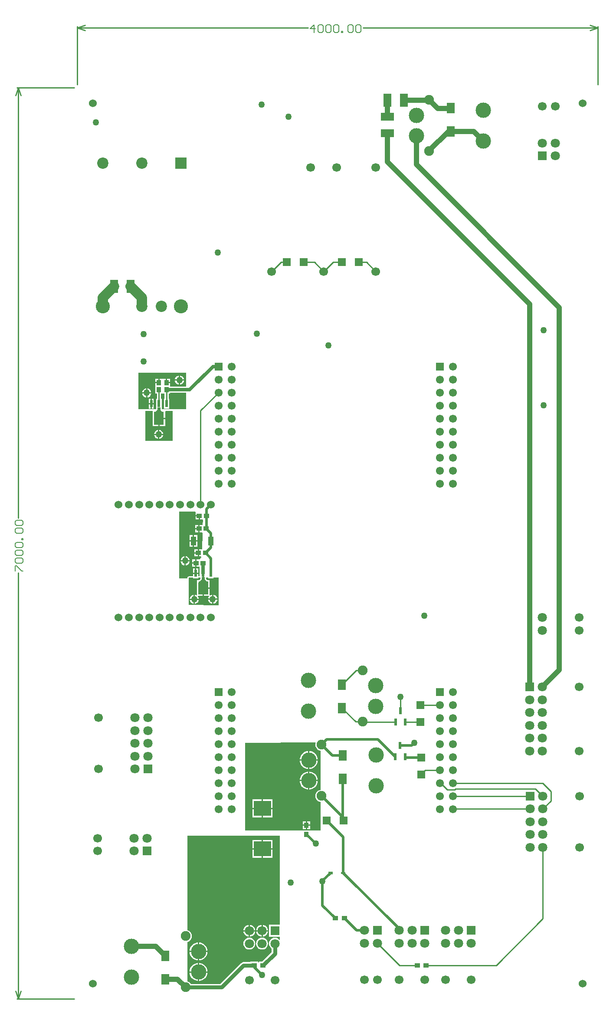
<source format=gbl>
G04*
G04 #@! TF.GenerationSoftware,Altium Limited,Altium Designer,18.1.9 (240)*
G04*
G04 Layer_Physical_Order=4*
G04 Layer_Color=16711680*
%FSLAX25Y25*%
%MOIN*%
G70*
G01*
G75*
%ADD11C,0.00600*%
%ADD13C,0.01000*%
%ADD16R,0.06299X0.05906*%
%ADD19R,0.03800X0.04000*%
%ADD21R,0.05906X0.06299*%
%ADD45R,0.03937X0.03543*%
%ADD48R,0.13346X0.11811*%
%ADD52C,0.03000*%
%ADD53C,0.04000*%
%ADD54C,0.02000*%
%ADD55R,0.07087X0.07087*%
%ADD56C,0.07087*%
%ADD57C,0.06693*%
%ADD58R,0.07087X0.07087*%
%ADD59C,0.11811*%
%ADD60C,0.07480*%
%ADD61C,0.06000*%
G04:AMPARAMS|DCode=62|XSize=61.02mil|YSize=61.02mil|CornerRadius=1.83mil|HoleSize=0mil|Usage=FLASHONLY|Rotation=270.000|XOffset=0mil|YOffset=0mil|HoleType=Round|Shape=RoundedRectangle|*
%AMROUNDEDRECTD62*
21,1,0.06102,0.05736,0,0,270.0*
21,1,0.05736,0.06102,0,0,270.0*
1,1,0.00366,-0.02868,-0.02868*
1,1,0.00366,-0.02868,0.02868*
1,1,0.00366,0.02868,0.02868*
1,1,0.00366,0.02868,-0.02868*
%
%ADD62ROUNDEDRECTD62*%
%ADD63C,0.06102*%
%ADD64C,0.08661*%
%ADD65R,0.08661X0.08661*%
%ADD66C,0.10827*%
%ADD67C,0.05000*%
%ADD69R,0.03200X0.02200*%
%ADD70R,0.03200X0.01600*%
%ADD71R,0.06417X0.08000*%
%ADD72R,0.04000X0.03800*%
%ADD73R,0.04000X0.07100*%
%ADD74R,0.05906X0.09843*%
%ADD75R,0.09843X0.05906*%
%ADD76R,0.07480X0.09843*%
%ADD77R,0.01900X0.05600*%
%ADD78R,0.02200X0.05600*%
%ADD79R,0.02362X0.05512*%
%ADD80R,0.03543X0.03937*%
%ADD81C,0.02500*%
%ADD82C,0.08000*%
G36*
X83487Y470292D02*
X71339D01*
Y473010D01*
X68567D01*
Y473510D01*
X68067D01*
Y476478D01*
X65891D01*
X65796Y476478D01*
Y476478D01*
X65409Y476434D01*
Y476434D01*
X63138D01*
Y473466D01*
X62638D01*
Y472966D01*
X59866D01*
Y470497D01*
Y464985D01*
X61168D01*
Y461082D01*
X60597D01*
Y454580D01*
X60578Y454482D01*
Y452940D01*
X47177Y452940D01*
X46824Y453294D01*
X46924Y481134D01*
X83487Y481134D01*
X83487Y470292D01*
D02*
G37*
G36*
X83487Y452941D02*
X65301Y452941D01*
X64817Y453424D01*
Y454482D01*
X64797Y454580D01*
Y461082D01*
X64227D01*
Y464985D01*
X65314D01*
X65409Y464985D01*
Y464985D01*
X65796Y465029D01*
Y465029D01*
X67074D01*
Y461082D01*
X66653D01*
Y453482D01*
X70553D01*
Y461082D01*
X70132D01*
Y465029D01*
X71339D01*
Y465704D01*
X83487D01*
X83487Y452941D01*
D02*
G37*
G36*
X63797Y452546D02*
X66397Y450046D01*
Y446439D01*
X67477D01*
Y451362D01*
X67830Y451715D01*
X73268Y451715D01*
X73268Y428804D01*
X52537Y428804D01*
X52185Y429159D01*
X52364Y451715D01*
X57997Y451715D01*
Y450161D01*
X57979Y450086D01*
X57982Y450066D01*
X57978Y450046D01*
Y441046D01*
X57997Y440951D01*
Y440017D01*
X62237D01*
Y441046D01*
X58997D01*
Y450046D01*
X61597Y452446D01*
Y454482D01*
X63797D01*
Y452546D01*
D02*
G37*
G36*
X90775Y373888D02*
X90775D01*
Y371616D01*
X93743D01*
Y371116D01*
X94243D01*
Y368344D01*
X96141D01*
X96491Y367986D01*
X96393Y364059D01*
X93985D01*
Y361287D01*
Y358515D01*
X95898D01*
X96247Y358157D01*
X95934Y345529D01*
X93454D01*
Y342757D01*
Y339985D01*
X95043D01*
X95306Y339561D01*
X94387Y337699D01*
X91653D01*
Y334927D01*
Y332155D01*
X94082D01*
X94082Y324633D01*
X92772Y324633D01*
X92772Y325104D01*
Y326526D01*
X88872D01*
Y324987D01*
X88518Y324633D01*
X85664Y324633D01*
X85274Y324556D01*
X84943Y324335D01*
X84722Y324004D01*
X84645Y323614D01*
Y323260D01*
X78121D01*
Y374052D01*
X78406Y374337D01*
X90652D01*
X90775Y373888D01*
D02*
G37*
G36*
X97827Y322290D02*
X100427Y319790D01*
Y316183D01*
X101506D01*
Y321604D01*
X100011D01*
X98847Y322724D01*
Y323614D01*
X100682Y323614D01*
Y323226D01*
X104583D01*
Y323614D01*
X108575Y323614D01*
X108575Y302883D01*
X108220Y302531D01*
X85664Y302710D01*
X85664Y323614D01*
X88872Y323614D01*
Y323226D01*
X92772D01*
Y323614D01*
X94607Y323614D01*
Y322636D01*
X93489Y321604D01*
X92026D01*
Y319905D01*
X92008Y319831D01*
X92011Y319810D01*
X92007Y319790D01*
Y310790D01*
X92026Y310695D01*
Y310323D01*
X91526Y310120D01*
X90761Y310437D01*
X90347Y310491D01*
Y307527D01*
X93311D01*
X93257Y307941D01*
X92904Y308792D01*
X92544Y309261D01*
X92791Y309762D01*
X96266D01*
Y310790D01*
X93027D01*
Y319790D01*
X95627Y322190D01*
Y324226D01*
X97827D01*
Y322290D01*
D02*
G37*
G36*
X183117Y196662D02*
X183081Y196575D01*
X182919Y195338D01*
X183081Y194101D01*
X183559Y192947D01*
X184319Y191957D01*
X185309Y191198D01*
X186462Y190720D01*
X186761Y190681D01*
X186761Y160626D01*
X186462Y160586D01*
X185309Y160108D01*
X184319Y159349D01*
X183559Y158359D01*
X183081Y157205D01*
X182919Y155968D01*
X183081Y154731D01*
X183559Y153577D01*
X184319Y152587D01*
X185309Y151828D01*
X186462Y151350D01*
X186761Y151311D01*
X186761Y129428D01*
X178943Y129428D01*
Y129550D01*
X173143D01*
Y129428D01*
X129001Y129428D01*
X128799Y196892D01*
X182839Y197078D01*
X183117Y196662D01*
D02*
G37*
G36*
X155413Y125482D02*
X155738Y125347D01*
Y56951D01*
X147281D01*
Y47865D01*
X155738D01*
Y45705D01*
X155265Y45544D01*
X155064Y45806D01*
X154115Y46534D01*
X153010Y46992D01*
X151824Y47148D01*
X150638Y46992D01*
X149533Y46534D01*
X148584Y45806D01*
X147855Y44857D01*
X147398Y43752D01*
X147241Y42566D01*
X147398Y41380D01*
X147855Y40275D01*
X148584Y39325D01*
X149275Y38795D01*
Y36067D01*
X141832Y28624D01*
X139698D01*
Y28204D01*
X139168Y28162D01*
X138800Y28502D01*
Y28624D01*
X132800D01*
Y28273D01*
X127572D01*
X126596Y28079D01*
X125769Y27526D01*
X109731Y11488D01*
X87292D01*
X86654Y12320D01*
X85663Y13080D01*
X84510Y13557D01*
X84458Y13564D01*
Y43684D01*
X84510Y43691D01*
X85663Y44168D01*
X86654Y44928D01*
X87414Y45919D01*
X87891Y47072D01*
X88054Y48309D01*
X87891Y49546D01*
X87414Y50700D01*
X86654Y51690D01*
X85663Y52450D01*
X84510Y52927D01*
X84458Y52934D01*
Y125482D01*
X155413D01*
D02*
G37*
%LPC*%
G36*
X78928Y478955D02*
Y475991D01*
X81892D01*
X81838Y476405D01*
X81485Y477256D01*
X80924Y477987D01*
X80193Y478548D01*
X79342Y478901D01*
X78928Y478955D01*
D02*
G37*
G36*
X77928D02*
X77514Y478901D01*
X76663Y478548D01*
X75932Y477987D01*
X75371Y477256D01*
X75018Y476405D01*
X74964Y475991D01*
X77928D01*
Y478955D01*
D02*
G37*
G36*
X69067Y476478D02*
Y474010D01*
X71339D01*
Y476478D01*
X69067D01*
D02*
G37*
G36*
X62138Y476434D02*
X59866D01*
Y473966D01*
X62138D01*
Y476434D01*
D02*
G37*
G36*
X81892Y474991D02*
X78928D01*
Y472027D01*
X79342Y472081D01*
X80193Y472434D01*
X80924Y472995D01*
X81485Y473726D01*
X81838Y474577D01*
X81892Y474991D01*
D02*
G37*
G36*
X77928D02*
X74964D01*
X75018Y474577D01*
X75371Y473726D01*
X75932Y472995D01*
X76663Y472434D01*
X77514Y472081D01*
X77928Y472027D01*
Y474991D01*
D02*
G37*
G36*
X53837Y469098D02*
Y466134D01*
X56802D01*
X56747Y466547D01*
X56395Y467399D01*
X55834Y468130D01*
X55102Y468691D01*
X54251Y469044D01*
X53837Y469098D01*
D02*
G37*
G36*
X52837D02*
X52424Y469044D01*
X51572Y468691D01*
X50841Y468130D01*
X50280Y467399D01*
X49927Y466547D01*
X49873Y466134D01*
X52837D01*
Y469098D01*
D02*
G37*
G36*
X56802Y465134D02*
X53837D01*
Y462169D01*
X54251Y462224D01*
X55102Y462576D01*
X55834Y463137D01*
X56395Y463869D01*
X56747Y464720D01*
X56802Y465134D01*
D02*
G37*
G36*
X52837D02*
X49873D01*
X49927Y464720D01*
X50280Y463869D01*
X50841Y463137D01*
X51572Y462576D01*
X52424Y462224D01*
X52837Y462169D01*
Y465134D01*
D02*
G37*
G36*
X58742Y461082D02*
X57292D01*
Y457782D01*
X58742D01*
Y461082D01*
D02*
G37*
G36*
X56292D02*
X54842D01*
Y457782D01*
X56292D01*
Y461082D01*
D02*
G37*
G36*
X58742Y456782D02*
X57292D01*
Y453482D01*
X58742D01*
Y456782D01*
D02*
G37*
G36*
X56292D02*
X54842D01*
Y453482D01*
X56292D01*
Y456782D01*
D02*
G37*
G36*
X67477Y445439D02*
X66397D01*
Y441046D01*
X63237D01*
Y440017D01*
X67477D01*
Y445439D01*
D02*
G37*
G36*
X63037Y437218D02*
Y434254D01*
X66002D01*
X65947Y434667D01*
X65595Y435519D01*
X65034Y436250D01*
X64302Y436811D01*
X63451Y437164D01*
X63037Y437218D01*
D02*
G37*
G36*
X62037D02*
X61624Y437164D01*
X60772Y436811D01*
X60041Y436250D01*
X59480Y435519D01*
X59127Y434667D01*
X59073Y434254D01*
X62037D01*
Y437218D01*
D02*
G37*
G36*
X66002Y433254D02*
X63037D01*
Y430289D01*
X63451Y430344D01*
X64302Y430696D01*
X65034Y431257D01*
X65595Y431989D01*
X65947Y432840D01*
X66002Y433254D01*
D02*
G37*
G36*
X62037D02*
X59073D01*
X59127Y432840D01*
X59480Y431989D01*
X60041Y431257D01*
X60772Y430696D01*
X61624Y430344D01*
X62037Y430289D01*
Y433254D01*
D02*
G37*
G36*
X93243Y370616D02*
X90775D01*
Y368344D01*
X93243D01*
Y370616D01*
D02*
G37*
G36*
X92985Y364059D02*
X90517D01*
Y361787D01*
X92985D01*
Y364059D01*
D02*
G37*
G36*
Y360787D02*
X90517D01*
Y358515D01*
X92985D01*
Y360787D01*
D02*
G37*
G36*
X92137Y356461D02*
X89637D01*
Y352411D01*
X92137D01*
Y356461D01*
D02*
G37*
G36*
X88637D02*
X86137D01*
Y352411D01*
X88637D01*
Y356461D01*
D02*
G37*
G36*
X92137Y351411D02*
X89637D01*
Y347361D01*
X92137D01*
Y351411D01*
D02*
G37*
G36*
X88637D02*
X86137D01*
Y347361D01*
X88637D01*
Y351411D01*
D02*
G37*
G36*
X92454Y345529D02*
X89986D01*
Y343257D01*
X92454D01*
Y345529D01*
D02*
G37*
G36*
Y342257D02*
X89986D01*
Y339985D01*
X92454D01*
Y342257D01*
D02*
G37*
G36*
X83352Y340120D02*
Y337156D01*
X86316D01*
X86262Y337570D01*
X85909Y338421D01*
X85348Y339152D01*
X84617Y339713D01*
X83766Y340066D01*
X83352Y340120D01*
D02*
G37*
G36*
X82352D02*
X81938Y340066D01*
X81087Y339713D01*
X80356Y339152D01*
X79795Y338421D01*
X79442Y337570D01*
X79388Y337156D01*
X82352D01*
Y340120D01*
D02*
G37*
G36*
X90653Y337699D02*
X88185D01*
Y335427D01*
X90653D01*
Y337699D01*
D02*
G37*
G36*
X86316Y336156D02*
X83352D01*
Y333192D01*
X83766Y333246D01*
X84617Y333599D01*
X85348Y334160D01*
X85909Y334891D01*
X86262Y335742D01*
X86316Y336156D01*
D02*
G37*
G36*
X82352D02*
X79388D01*
X79442Y335742D01*
X79795Y334891D01*
X80356Y334160D01*
X81087Y333599D01*
X81938Y333246D01*
X82352Y333192D01*
Y336156D01*
D02*
G37*
G36*
X90653Y334427D02*
X88185D01*
Y332155D01*
X90653D01*
Y334427D01*
D02*
G37*
G36*
X92772Y330826D02*
X91321D01*
Y327526D01*
X92772D01*
Y330826D01*
D02*
G37*
G36*
X90321D02*
X88872D01*
Y327526D01*
X90321D01*
Y330826D01*
D02*
G37*
G36*
X104526Y310637D02*
Y307673D01*
X107490D01*
X107436Y308087D01*
X107083Y308938D01*
X106522Y309669D01*
X105791Y310230D01*
X104940Y310583D01*
X104526Y310637D01*
D02*
G37*
G36*
X101506Y315183D02*
X100427D01*
Y310790D01*
X97266D01*
Y309762D01*
X100970D01*
X101217Y309261D01*
X100969Y308938D01*
X100616Y308087D01*
X100562Y307673D01*
X103526D01*
Y310637D01*
X103112Y310583D01*
X102261Y310230D01*
X102006Y310035D01*
X101506Y310282D01*
Y315183D01*
D02*
G37*
G36*
X89347Y310491D02*
X88933Y310437D01*
X88082Y310084D01*
X87351Y309523D01*
X86790Y308792D01*
X86437Y307941D01*
X86383Y307527D01*
X89347D01*
Y310491D01*
D02*
G37*
G36*
X107490Y306673D02*
X104526D01*
Y303709D01*
X104940Y303763D01*
X105791Y304116D01*
X106522Y304677D01*
X107083Y305408D01*
X107436Y306259D01*
X107490Y306673D01*
D02*
G37*
G36*
X103526D02*
X100562D01*
X100616Y306259D01*
X100969Y305408D01*
X101530Y304677D01*
X102261Y304116D01*
X103112Y303763D01*
X103526Y303709D01*
Y306673D01*
D02*
G37*
G36*
X93311Y306527D02*
X90347D01*
Y303563D01*
X90761Y303617D01*
X91612Y303970D01*
X92343Y304531D01*
X92904Y305262D01*
X93257Y306113D01*
X93311Y306527D01*
D02*
G37*
G36*
X89347D02*
X86383D01*
X86437Y306113D01*
X86790Y305262D01*
X87351Y304531D01*
X88082Y303970D01*
X88933Y303617D01*
X89347Y303563D01*
Y306527D01*
D02*
G37*
G36*
X178357Y190417D02*
Y184027D01*
X184747D01*
X184663Y184881D01*
X184268Y186182D01*
X183626Y187382D01*
X182764Y188434D01*
X181712Y189296D01*
X180512Y189938D01*
X179211Y190333D01*
X178357Y190417D01*
D02*
G37*
G36*
X177357D02*
X176503Y190333D01*
X175201Y189938D01*
X174002Y189296D01*
X172950Y188434D01*
X172088Y187382D01*
X171446Y186182D01*
X171051Y184881D01*
X170967Y184027D01*
X177357D01*
Y190417D01*
D02*
G37*
G36*
X184747Y183027D02*
X178357D01*
Y176637D01*
X179211Y176721D01*
X180512Y177116D01*
X181712Y177758D01*
X182764Y178620D01*
X183626Y179672D01*
X184268Y180872D01*
X184663Y182173D01*
X184747Y183027D01*
D02*
G37*
G36*
X177357D02*
X170967D01*
X171051Y182173D01*
X171446Y180872D01*
X172088Y179672D01*
X172950Y178620D01*
X174002Y177758D01*
X175201Y177116D01*
X176503Y176721D01*
X177357Y176637D01*
Y183027D01*
D02*
G37*
G36*
X178357Y174669D02*
Y168279D01*
X184747D01*
X184663Y169133D01*
X184268Y170434D01*
X183626Y171634D01*
X182764Y172686D01*
X181712Y173548D01*
X180512Y174190D01*
X179211Y174585D01*
X178357Y174669D01*
D02*
G37*
G36*
X177357D02*
X176503Y174585D01*
X175201Y174190D01*
X174002Y173548D01*
X172950Y172686D01*
X172088Y171634D01*
X171446Y170434D01*
X171051Y169133D01*
X170967Y168279D01*
X177357D01*
Y174669D01*
D02*
G37*
G36*
X184747Y167279D02*
X178357D01*
Y160889D01*
X179211Y160973D01*
X180512Y161368D01*
X181712Y162010D01*
X182764Y162872D01*
X183626Y163924D01*
X184268Y165124D01*
X184663Y166425D01*
X184747Y167279D01*
D02*
G37*
G36*
X177357D02*
X170967D01*
X171051Y166425D01*
X171446Y165124D01*
X172088Y163924D01*
X172950Y162872D01*
X174002Y162010D01*
X175201Y161368D01*
X176503Y160973D01*
X177357Y160889D01*
Y167279D01*
D02*
G37*
G36*
X149790Y153276D02*
X142617D01*
Y146870D01*
X149790D01*
Y153276D01*
D02*
G37*
G36*
X141617D02*
X134443D01*
Y146870D01*
X141617D01*
Y153276D01*
D02*
G37*
G36*
X149790Y145870D02*
X142617D01*
Y139465D01*
X149790D01*
Y145870D01*
D02*
G37*
G36*
X141617D02*
X134443D01*
Y139465D01*
X141617D01*
Y145870D01*
D02*
G37*
G36*
X178943Y136448D02*
X176543D01*
Y133948D01*
X178943D01*
Y136448D01*
D02*
G37*
G36*
X175543D02*
X173143D01*
Y133948D01*
X175543D01*
Y136448D01*
D02*
G37*
G36*
X178943Y132948D02*
X176543D01*
Y130448D01*
X178943D01*
Y132948D01*
D02*
G37*
G36*
X175543D02*
X173143D01*
Y130448D01*
X175543D01*
Y132948D01*
D02*
G37*
G36*
X149790Y122173D02*
X142617D01*
Y115768D01*
X149790D01*
Y122173D01*
D02*
G37*
G36*
X141617D02*
X134443D01*
Y115768D01*
X141617D01*
Y122173D01*
D02*
G37*
G36*
X149790Y114768D02*
X142617D01*
Y108362D01*
X149790D01*
Y114768D01*
D02*
G37*
G36*
X141617D02*
X134443D01*
Y108362D01*
X141617D01*
Y114768D01*
D02*
G37*
G36*
X142482Y56925D02*
Y52908D01*
X146498D01*
X146408Y53594D01*
X145950Y54699D01*
X145222Y55648D01*
X144273Y56377D01*
X143168Y56835D01*
X142482Y56925D01*
D02*
G37*
G36*
X141482D02*
X140796Y56835D01*
X139690Y56377D01*
X138741Y55648D01*
X138013Y54699D01*
X137555Y53594D01*
X137465Y52908D01*
X141482D01*
Y56925D01*
D02*
G37*
G36*
X132639D02*
Y52908D01*
X136656D01*
X136565Y53594D01*
X136108Y54699D01*
X135379Y55648D01*
X134430Y56377D01*
X133325Y56835D01*
X132639Y56925D01*
D02*
G37*
G36*
X131639D02*
X130953Y56835D01*
X129848Y56377D01*
X128899Y55648D01*
X128170Y54699D01*
X127713Y53594D01*
X127622Y52908D01*
X131639D01*
Y56925D01*
D02*
G37*
G36*
X146498Y51908D02*
X142482D01*
Y47892D01*
X143168Y47982D01*
X144273Y48440D01*
X145222Y49168D01*
X145950Y50117D01*
X146408Y51222D01*
X146498Y51908D01*
D02*
G37*
G36*
X141482D02*
X137465D01*
X137555Y51222D01*
X138013Y50117D01*
X138741Y49168D01*
X139690Y48440D01*
X140796Y47982D01*
X141482Y47892D01*
Y51908D01*
D02*
G37*
G36*
X136656D02*
X132639D01*
Y47892D01*
X133325Y47982D01*
X134430Y48440D01*
X135379Y49168D01*
X136108Y50117D01*
X136565Y51222D01*
X136656Y51908D01*
D02*
G37*
G36*
X131639D02*
X127622D01*
X127713Y51222D01*
X128170Y50117D01*
X128899Y49168D01*
X129848Y48440D01*
X130953Y47982D01*
X131639Y47892D01*
Y51908D01*
D02*
G37*
G36*
X141982Y47148D02*
X140796Y46992D01*
X139690Y46534D01*
X138741Y45806D01*
X138013Y44857D01*
X137555Y43752D01*
X137399Y42566D01*
X137555Y41380D01*
X138013Y40275D01*
X138741Y39325D01*
X139690Y38597D01*
X140796Y38139D01*
X141982Y37983D01*
X143168Y38139D01*
X144273Y38597D01*
X145222Y39325D01*
X145950Y40275D01*
X146408Y41380D01*
X146564Y42566D01*
X146408Y43752D01*
X145950Y44857D01*
X145222Y45806D01*
X144273Y46534D01*
X143168Y46992D01*
X141982Y47148D01*
D02*
G37*
G36*
X132139D02*
X130953Y46992D01*
X129848Y46534D01*
X128899Y45806D01*
X128170Y44857D01*
X127713Y43752D01*
X127557Y42566D01*
X127713Y41380D01*
X128170Y40275D01*
X128899Y39325D01*
X129848Y38597D01*
X130953Y38139D01*
X132139Y37983D01*
X133325Y38139D01*
X134430Y38597D01*
X135379Y39325D01*
X136108Y40275D01*
X136565Y41380D01*
X136722Y42566D01*
X136565Y43752D01*
X136108Y44857D01*
X135379Y45806D01*
X134430Y46534D01*
X133325Y46992D01*
X132139Y47148D01*
D02*
G37*
G36*
X93616Y43388D02*
Y36998D01*
X100005D01*
X99921Y37852D01*
X99526Y39153D01*
X98885Y40353D01*
X98022Y41405D01*
X96970Y42268D01*
X95771Y42909D01*
X94469Y43304D01*
X93616Y43388D01*
D02*
G37*
G36*
X92616Y43388D02*
X91762Y43304D01*
X90460Y42909D01*
X89260Y42268D01*
X88209Y41405D01*
X87346Y40353D01*
X86705Y39153D01*
X86310Y37852D01*
X86226Y36998D01*
X92616D01*
Y43388D01*
D02*
G37*
G36*
X100005Y35998D02*
X93616D01*
Y29608D01*
X94469Y29692D01*
X95771Y30087D01*
X96970Y30729D01*
X98022Y31591D01*
X98885Y32643D01*
X99526Y33843D01*
X99921Y35144D01*
X100005Y35998D01*
D02*
G37*
G36*
X92616D02*
X86226D01*
X86310Y35144D01*
X86705Y33843D01*
X87346Y32643D01*
X88209Y31591D01*
X89260Y30729D01*
X90460Y30087D01*
X91762Y29692D01*
X92616Y29608D01*
Y35998D01*
D02*
G37*
G36*
X93616Y27640D02*
Y21250D01*
X100005D01*
X99921Y22104D01*
X99526Y23405D01*
X98885Y24605D01*
X98022Y25657D01*
X96970Y26520D01*
X95771Y27161D01*
X94469Y27556D01*
X93616Y27640D01*
D02*
G37*
G36*
X92616Y27640D02*
X91762Y27556D01*
X90460Y27161D01*
X89260Y26520D01*
X88209Y25657D01*
X87346Y24605D01*
X86705Y23405D01*
X86310Y22104D01*
X86226Y21250D01*
X92616D01*
Y27640D01*
D02*
G37*
G36*
X100005Y20250D02*
X93616D01*
Y13860D01*
X94469Y13944D01*
X95771Y14339D01*
X96970Y14980D01*
X98022Y15843D01*
X98885Y16895D01*
X99526Y18095D01*
X99921Y19396D01*
X100005Y20250D01*
D02*
G37*
G36*
X92616D02*
X86226D01*
X86310Y19396D01*
X86705Y18095D01*
X87346Y16895D01*
X88209Y15843D01*
X89260Y14980D01*
X90460Y14339D01*
X91762Y13944D01*
X92616Y13860D01*
Y20250D01*
D02*
G37*
%LPD*%
D11*
X-47892Y328906D02*
Y332905D01*
X-46892D01*
X-42894Y328906D01*
X-41894D01*
X-46892Y334904D02*
X-47892Y335904D01*
Y337903D01*
X-46892Y338903D01*
X-42894D01*
X-41894Y337903D01*
Y335904D01*
X-42894Y334904D01*
X-46892D01*
Y340902D02*
X-47892Y341902D01*
Y343901D01*
X-46892Y344901D01*
X-42894D01*
X-41894Y343901D01*
Y341902D01*
X-42894Y340902D01*
X-46892D01*
Y346900D02*
X-47892Y347900D01*
Y349899D01*
X-46892Y350899D01*
X-42894D01*
X-41894Y349899D01*
Y347900D01*
X-42894Y346900D01*
X-46892D01*
X-41894Y352899D02*
X-42894D01*
Y353898D01*
X-41894D01*
Y352899D01*
X-46892Y357897D02*
X-47892Y358896D01*
Y360896D01*
X-46892Y361896D01*
X-42894D01*
X-41894Y360896D01*
Y358896D01*
X-42894Y357897D01*
X-46892D01*
Y363895D02*
X-47892Y364895D01*
Y366894D01*
X-46892Y367894D01*
X-42894D01*
X-41894Y366894D01*
Y364895D01*
X-42894Y363895D01*
X-46892D01*
X181905Y742464D02*
Y748462D01*
X178906Y745463D01*
X182905D01*
X184904Y747462D02*
X185904Y748462D01*
X187903D01*
X188903Y747462D01*
Y743464D01*
X187903Y742464D01*
X185904D01*
X184904Y743464D01*
Y747462D01*
X190902D02*
X191902Y748462D01*
X193901D01*
X194901Y747462D01*
Y743464D01*
X193901Y742464D01*
X191902D01*
X190902Y743464D01*
Y747462D01*
X196900D02*
X197900Y748462D01*
X199899D01*
X200899Y747462D01*
Y743464D01*
X199899Y742464D01*
X197900D01*
X196900Y743464D01*
Y747462D01*
X202899Y742464D02*
Y743464D01*
X203898D01*
Y742464D01*
X202899D01*
X207897Y747462D02*
X208897Y748462D01*
X210896D01*
X211896Y747462D01*
Y743464D01*
X210896Y742464D01*
X208897D01*
X207897Y743464D01*
Y747462D01*
X213895D02*
X214895Y748462D01*
X216894D01*
X217894Y747462D01*
Y743464D01*
X216894Y742464D01*
X214895D01*
X213895Y743464D01*
Y747462D01*
D13*
X352048Y161591D02*
X357743Y155896D01*
X290741Y161591D02*
X352048D01*
X289976Y160826D02*
X290741Y161591D01*
X94701Y451988D02*
X108500Y465787D01*
X203891Y137803D02*
Y139777D01*
Y137803D02*
X204536Y137158D01*
X94701Y379816D02*
Y451988D01*
X135800Y24574D02*
Y25724D01*
X141982Y52408D02*
X142117Y52543D01*
X357743Y61619D02*
Y116526D01*
X321890Y25766D02*
X357743Y61619D01*
X268021Y25766D02*
X321890D01*
X247679D02*
X261123D01*
X230572Y42874D02*
X247679Y25766D01*
X188397Y90597D02*
Y90765D01*
X247266Y52766D02*
Y54014D01*
X284365Y160826D02*
X289976D01*
X279404Y165787D02*
X284365Y160826D01*
X288500Y165787D02*
X357510D01*
X363832Y159465D01*
Y152143D02*
Y159465D01*
X357743Y146054D02*
X363832Y152143D01*
X278500Y165787D02*
X279404D01*
X347791Y155787D02*
X347901Y155896D01*
X288500Y155787D02*
X347791D01*
X288500Y145787D02*
X288767Y146054D01*
X347901D01*
X251798Y186070D02*
X252282Y185586D01*
X264216Y172594D02*
X267409Y175787D01*
X278500D01*
X248319Y221465D02*
X248336Y221482D01*
Y232168D01*
X98997Y361287D02*
X99255Y361545D01*
X96665Y327088D02*
X96727Y327026D01*
Y315722D02*
X96766Y315683D01*
X96727Y315722D02*
Y327026D01*
X213785Y213104D02*
X219325D01*
X203365Y223524D02*
X213785Y213104D01*
X203365Y241524D02*
X214315Y252474D01*
X219325D01*
X204154Y238846D02*
X205697D01*
X219325Y213104D02*
X219626Y212803D01*
X244579D01*
X252059D02*
X252188Y212932D01*
X263507D01*
X263508Y225924D02*
X263645Y225787D01*
X278500D01*
X62722Y445953D02*
X62737Y445939D01*
X238780Y677176D02*
X239162Y677559D01*
X238229Y677757D02*
X238387Y677914D01*
X62637Y467954D02*
X62697Y467894D01*
Y457282D02*
Y467894D01*
X68567Y467998D02*
X68603Y467962D01*
Y457282D02*
Y467962D01*
X62537Y442905D02*
X62697Y443064D01*
X222143Y565940D02*
X229394Y558689D01*
X216126Y565940D02*
X222143D01*
X149394Y558689D02*
X156645Y565941D01*
X160834D01*
X173826Y565940D02*
X182143D01*
X189394Y558689D01*
X196645Y565941D01*
X203134D01*
X270276Y651330D02*
Y651645D01*
X270127Y690551D02*
X270276Y690700D01*
X-45493Y700000D02*
X-43493Y694000D01*
X-47493D02*
X-45493Y700000D01*
X-47493Y6000D02*
X-45493Y-0D01*
X-43493Y6000D01*
X-45493Y369494D02*
Y700000D01*
Y-0D02*
Y327306D01*
X-46493Y700000D02*
X-2476D01*
X-46493Y-0D02*
X-2476D01*
X0Y746063D02*
X6000Y748063D01*
X0Y746063D02*
X6000Y744063D01*
X394000D02*
X400000Y746063D01*
X394000Y748063D02*
X400000Y746063D01*
X0D02*
X177306D01*
X219494D02*
X400000D01*
X0Y702476D02*
Y747063D01*
X400000Y702476D02*
Y747063D01*
D16*
X264217Y185586D02*
D03*
X264216Y172594D02*
D03*
X263508Y225924D02*
D03*
X263507Y212932D02*
D03*
D19*
X176043Y133448D02*
D03*
Y126550D02*
D03*
D21*
X191544Y137159D02*
D03*
X204536Y137158D02*
D03*
X203134Y565941D02*
D03*
X216126Y565940D02*
D03*
X173826D02*
D03*
X160834Y565941D02*
D03*
D45*
X92954Y342757D02*
D03*
X98466D02*
D03*
X96665Y334927D02*
D03*
X91153D02*
D03*
X98997Y361287D02*
D03*
X93485D02*
D03*
X99255Y371116D02*
D03*
X93743D02*
D03*
D48*
X142117Y115268D02*
D03*
Y146370D02*
D03*
D52*
X151824Y34849D02*
Y42566D01*
X142698Y25724D02*
X151824Y34849D01*
X127572Y25724D02*
X135800D01*
X110787Y8939D02*
X127572Y25724D01*
X83273Y8939D02*
X110787D01*
D53*
X347572Y239662D02*
Y533676D01*
X238229Y643019D02*
X347572Y533676D01*
X357414Y239662D02*
X370356Y252604D01*
Y531123D01*
X260433Y641046D02*
X370356Y531123D01*
X260433Y641046D02*
Y663141D01*
X238229Y643019D02*
Y665158D01*
X77037Y15175D02*
X83273Y8939D01*
X67472Y15175D02*
X77037D01*
X60212Y40435D02*
X67472Y33175D01*
X41541Y40435D02*
X60212D01*
X285123Y666493D02*
X286811D01*
X270276Y651645D02*
X285123Y666493D01*
X286811D02*
X286815Y666497D01*
X304715D01*
X250208Y690551D02*
X270127D01*
X276778Y684198D02*
X286386D01*
X270276Y690700D02*
X276778Y684198D01*
X304715Y666497D02*
X312008Y659204D01*
X238387Y677914D02*
Y690551D01*
D54*
X187700Y155968D02*
X203891Y139777D01*
Y169013D01*
X135800Y24574D02*
X141982Y18392D01*
X188397Y71927D02*
Y90597D01*
Y71927D02*
X198206Y62118D01*
X176043Y126550D02*
X183266Y119326D01*
X204356Y96924D02*
Y124347D01*
X191544Y137159D02*
X204356Y124347D01*
Y96924D02*
X247266Y54014D01*
X188397Y90765D02*
X194556Y96924D01*
X205104Y62118D02*
X214506Y52716D01*
X220729D01*
X187700Y195338D02*
X196025Y187013D01*
X203891D01*
X256947Y194732D02*
X258865Y196650D01*
X248058Y194732D02*
X256947D01*
X231068Y199320D02*
X244318Y186070D01*
X191682Y199320D02*
X231068D01*
X187700Y195338D02*
X191682Y199320D01*
X252282Y185586D02*
X264217D01*
X99255Y376496D02*
X102575Y379816D01*
X99255Y371116D02*
Y376496D01*
Y361545D02*
Y371116D01*
X98997Y361287D02*
X102537Y357747D01*
Y351911D02*
Y357747D01*
X98466Y342757D02*
X102537Y346828D01*
Y351911D01*
X102632Y327026D02*
Y338590D01*
X98466Y342757D02*
X102632Y338590D01*
D55*
X151824Y52408D02*
D03*
X230572Y52716D02*
D03*
X266951Y52766D02*
D03*
X302746Y52767D02*
D03*
X357283Y647717D02*
D03*
D56*
X141982Y52408D02*
D03*
X132139D02*
D03*
X151824Y42566D02*
D03*
X141982D02*
D03*
X132139D02*
D03*
X230572Y42874D02*
D03*
X220729D02*
D03*
Y52716D02*
D03*
X43700Y113722D02*
D03*
Y123565D02*
D03*
X53542D02*
D03*
X357743Y155896D02*
D03*
X347901Y126369D02*
D03*
Y116526D02*
D03*
Y146054D02*
D03*
Y136211D02*
D03*
X357743Y126369D02*
D03*
Y116526D02*
D03*
Y136211D02*
D03*
Y146054D02*
D03*
X54213Y186457D02*
D03*
Y196299D02*
D03*
X44370Y186457D02*
D03*
Y196299D02*
D03*
Y215984D02*
D03*
Y206142D02*
D03*
X54213Y215984D02*
D03*
Y206142D02*
D03*
X44370Y176614D02*
D03*
X347572Y210134D02*
D03*
Y200292D02*
D03*
Y190449D02*
D03*
Y229819D02*
D03*
Y219977D02*
D03*
X357414D02*
D03*
Y210134D02*
D03*
Y200292D02*
D03*
Y190449D02*
D03*
Y229819D02*
D03*
Y239662D02*
D03*
X247266Y42924D02*
D03*
X257109D02*
D03*
X266951D02*
D03*
X247266Y52766D02*
D03*
X257109D02*
D03*
X283061Y42925D02*
D03*
X292903D02*
D03*
X302746D02*
D03*
X283061Y52767D02*
D03*
X292903D02*
D03*
X367126Y647717D02*
D03*
Y657559D02*
D03*
X357283D02*
D03*
X357173Y293005D02*
D03*
Y283162D02*
D03*
D57*
X151824Y14298D02*
D03*
X132139D02*
D03*
X230572Y14606D02*
D03*
X220729D02*
D03*
X15432Y113722D02*
D03*
Y123565D02*
D03*
X386011Y155896D02*
D03*
Y116526D02*
D03*
X16102Y215984D02*
D03*
Y176614D02*
D03*
X229394Y638689D02*
D03*
X179394D02*
D03*
X149394Y558689D02*
D03*
X229394D02*
D03*
X189394D02*
D03*
X199394Y638689D02*
D03*
X385682Y239662D02*
D03*
Y190449D02*
D03*
X247266Y14656D02*
D03*
X266951D02*
D03*
X283061Y14657D02*
D03*
X302746D02*
D03*
X367126Y685827D02*
D03*
X357283D02*
D03*
X385441Y293005D02*
D03*
Y283162D02*
D03*
D58*
X53542Y113722D02*
D03*
X347901Y155896D02*
D03*
X54213Y176614D02*
D03*
X347572Y239662D02*
D03*
D59*
X177857Y167779D02*
D03*
Y183527D02*
D03*
X229432Y187464D02*
D03*
Y163842D02*
D03*
X229168Y240663D02*
D03*
Y224915D02*
D03*
X177593Y220978D02*
D03*
Y244600D02*
D03*
X312008Y659204D02*
D03*
Y682826D02*
D03*
X260433Y678889D02*
D03*
Y663141D02*
D03*
X41541Y40435D02*
D03*
Y16813D02*
D03*
X93115Y20750D02*
D03*
Y36498D02*
D03*
D60*
X187700Y155968D02*
D03*
Y195338D02*
D03*
X219325Y252474D02*
D03*
Y213104D02*
D03*
X270276Y690700D02*
D03*
Y651330D02*
D03*
X83273Y8939D02*
D03*
Y48309D02*
D03*
D61*
X31709Y379816D02*
D03*
X39583D02*
D03*
X47457D02*
D03*
X55331D02*
D03*
X63205D02*
D03*
X71079D02*
D03*
X78953D02*
D03*
X86827D02*
D03*
X94701D02*
D03*
X102575D02*
D03*
Y293202D02*
D03*
X94701D02*
D03*
X86827D02*
D03*
X78953D02*
D03*
X71079D02*
D03*
X63205D02*
D03*
X55331D02*
D03*
X47457D02*
D03*
X39583D02*
D03*
X31709D02*
D03*
X388189Y11811D02*
D03*
X11811D02*
D03*
X11811Y688189D02*
D03*
X388189D02*
D03*
D62*
X108500Y485787D02*
D03*
X278500D02*
D03*
X108500Y235787D02*
D03*
X278500D02*
D03*
D63*
X108500Y475787D02*
D03*
Y465787D02*
D03*
Y455787D02*
D03*
Y445787D02*
D03*
Y435787D02*
D03*
Y425787D02*
D03*
Y415787D02*
D03*
Y405787D02*
D03*
Y395787D02*
D03*
X118500Y485787D02*
D03*
Y475787D02*
D03*
Y465787D02*
D03*
Y455787D02*
D03*
Y445787D02*
D03*
Y435787D02*
D03*
Y425787D02*
D03*
Y415787D02*
D03*
Y405787D02*
D03*
Y395787D02*
D03*
X288500D02*
D03*
Y405787D02*
D03*
Y415787D02*
D03*
Y425787D02*
D03*
Y435787D02*
D03*
Y445787D02*
D03*
Y455787D02*
D03*
Y465787D02*
D03*
Y475787D02*
D03*
Y485787D02*
D03*
X278500Y395787D02*
D03*
Y405787D02*
D03*
Y415787D02*
D03*
Y425787D02*
D03*
Y435787D02*
D03*
Y445787D02*
D03*
Y455787D02*
D03*
Y465787D02*
D03*
Y475787D02*
D03*
X108500Y225787D02*
D03*
Y215787D02*
D03*
Y205787D02*
D03*
Y195787D02*
D03*
Y185787D02*
D03*
Y175787D02*
D03*
Y165787D02*
D03*
Y155787D02*
D03*
Y145787D02*
D03*
X118500Y235787D02*
D03*
Y225787D02*
D03*
Y215787D02*
D03*
Y205787D02*
D03*
Y195787D02*
D03*
Y185787D02*
D03*
Y175787D02*
D03*
Y165787D02*
D03*
Y155787D02*
D03*
Y145787D02*
D03*
X288500D02*
D03*
Y155787D02*
D03*
Y165787D02*
D03*
Y175787D02*
D03*
Y185787D02*
D03*
Y195787D02*
D03*
Y205787D02*
D03*
Y215787D02*
D03*
Y225787D02*
D03*
Y235787D02*
D03*
X278500Y145787D02*
D03*
Y155787D02*
D03*
Y165787D02*
D03*
Y175787D02*
D03*
Y185787D02*
D03*
Y195787D02*
D03*
Y205787D02*
D03*
Y215787D02*
D03*
Y225787D02*
D03*
D64*
X49606Y642062D02*
D03*
X19685D02*
D03*
X49606Y532220D02*
D03*
X64567D02*
D03*
D65*
X79528Y642062D02*
D03*
D66*
Y532220D02*
D03*
X19685D02*
D03*
D67*
X358276Y455978D02*
D03*
X358401Y513857D02*
D03*
X14110Y673414D02*
D03*
X163915Y89546D02*
D03*
X141982Y18392D02*
D03*
X183266Y119326D02*
D03*
X188397Y90597D02*
D03*
X258865Y196650D02*
D03*
X248336Y232168D02*
D03*
X266546Y294575D02*
D03*
X82852Y336656D02*
D03*
X104026Y307173D02*
D03*
X89847Y307027D02*
D03*
X53337Y465634D02*
D03*
X78428Y475491D02*
D03*
X62537Y433754D02*
D03*
X138080Y511200D02*
D03*
X192770Y502230D02*
D03*
X107944Y573454D02*
D03*
X162160Y677650D02*
D03*
X141690Y687210D02*
D03*
X50876Y489813D02*
D03*
X51030Y510680D02*
D03*
D69*
X194556Y96924D02*
D03*
D70*
X204356D02*
D03*
D71*
X286811Y666493D02*
D03*
Y684493D02*
D03*
X203365Y223524D02*
D03*
Y241524D02*
D03*
X203891Y169013D02*
D03*
Y187013D02*
D03*
X67472Y15175D02*
D03*
Y33175D02*
D03*
D72*
X135800Y25724D02*
D03*
X142698D02*
D03*
X261123Y25766D02*
D03*
X268021D02*
D03*
X198206Y62118D02*
D03*
X205104D02*
D03*
D73*
X89137Y351911D02*
D03*
X102537D02*
D03*
D74*
X238387Y690551D02*
D03*
X250985D02*
D03*
X28229Y547449D02*
D03*
X40828D02*
D03*
D75*
X238229Y677757D02*
D03*
Y665158D02*
D03*
D76*
X62737Y445939D02*
D03*
X96766Y315683D02*
D03*
D77*
X68603Y457282D02*
D03*
X56792D02*
D03*
X90821Y327026D02*
D03*
X102632D02*
D03*
D78*
X62697Y457282D02*
D03*
X96727Y327026D02*
D03*
D79*
X248058Y194732D02*
D03*
X244318Y186070D02*
D03*
X251798D02*
D03*
X248319Y221465D02*
D03*
X244579Y212803D02*
D03*
X252059D02*
D03*
D80*
X62637Y473466D02*
D03*
Y467954D02*
D03*
X68567Y467998D02*
D03*
Y473510D02*
D03*
D81*
X104113Y485787D02*
X108500D01*
X86324Y467998D02*
X104113Y485787D01*
X96665Y327088D02*
Y334927D01*
X68567Y467998D02*
X86324D01*
D82*
X19685Y532220D02*
Y538905D01*
X28229Y547449D01*
X49606Y532220D02*
Y538671D01*
X40828Y547449D02*
X49606Y538671D01*
M02*

</source>
